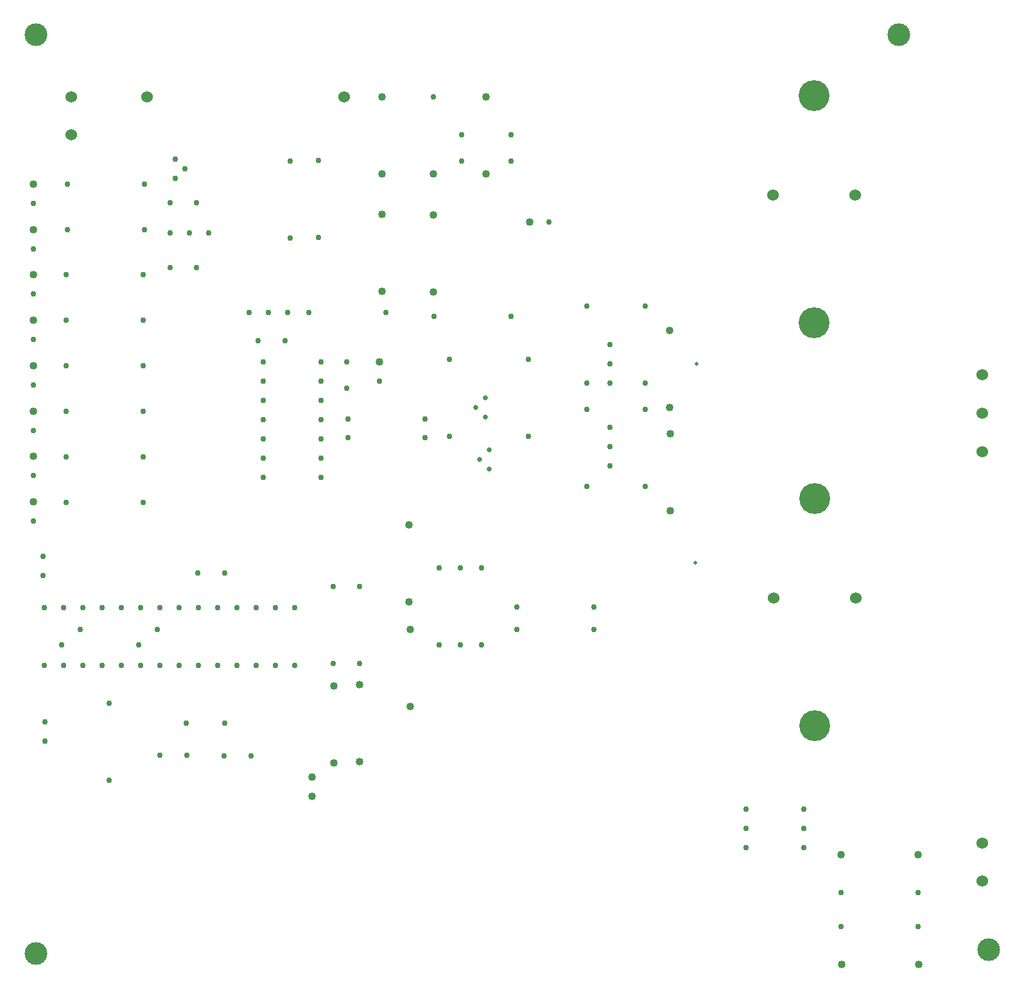
<source format=gbr>
G04 PROTEUS GERBER X2 FILE*
%TF.GenerationSoftware,Labcenter,Proteus,8.15-SP1-Build34318*%
%TF.CreationDate,2023-09-22T14:21:38+00:00*%
%TF.FileFunction,Plated,0,2,PTH*%
%TF.FilePolarity,Positive*%
%TF.Part,Single*%
%TF.SameCoordinates,{a466e6c0-664c-42de-9dbf-b86146abdc4f}*%
%FSLAX45Y45*%
%MOMM*%
G01*
%TA.AperFunction,ViaDrill*%
%ADD66C,0.508000*%
%TA.AperFunction,ComponentDrill*%
%ADD67C,1.524000*%
%TA.AperFunction,OtherDrill,Unknown*%
%ADD68C,3.000000*%
%TA.AperFunction,ComponentDrill*%
%ADD69C,1.016000*%
%ADD74C,0.762000*%
%TA.AperFunction,ComponentDrill*%
%ADD75C,0.635000*%
%TA.AperFunction,ComponentDrill*%
%ADD76C,4.064000*%
%TD.AperFunction*%
D66*
X+1092200Y+1625600D03*
X+1079500Y-1000000D03*
D67*
X-7150000Y+5150000D03*
X-7150000Y+4649620D03*
D68*
X-7620000Y+5969000D03*
X+3759200Y+5969000D03*
X-7620000Y-6157000D03*
X+4946440Y-6107000D03*
D67*
X-3550000Y+5150000D03*
X-6150000Y+5150000D03*
D69*
X-2378500Y+4134000D03*
D74*
X-2378500Y+5150000D03*
X-2000000Y+4650000D03*
X-2000000Y+4300000D03*
D69*
X-1678500Y+5150000D03*
X-1678500Y+4134000D03*
X-7650000Y+3400000D03*
D74*
X-7650000Y+3146000D03*
X-7200000Y+3400000D03*
X-6184000Y+3400000D03*
D69*
X-7650000Y+4000000D03*
D74*
X-7650000Y+3746000D03*
X-7200000Y+4000000D03*
X-6184000Y+4000000D03*
X-1350000Y+4300000D03*
X-1350000Y+4650000D03*
D69*
X-1104000Y+3500000D03*
D74*
X-850000Y+3500000D03*
X-2366000Y+2250000D03*
X-1350000Y+2250000D03*
D69*
X-2374900Y+3594100D03*
X-2374900Y+2578100D03*
X-3050000Y+5150000D03*
X-3050000Y+4134000D03*
D74*
X-3894500Y+3294100D03*
X-3894500Y+4310100D03*
X-5777000Y+4327000D03*
X-5650000Y+4200000D03*
X-5777000Y+4073000D03*
X-4266000Y+3284000D03*
X-4266000Y+4300000D03*
D69*
X-3050000Y+2584000D03*
X-3050000Y+3600000D03*
X-3086100Y+1651000D03*
D74*
X-3086100Y+1397000D03*
X-3517900Y+1301000D03*
X-3517900Y+1651000D03*
X-4622800Y+1651000D03*
X-4622800Y+1397000D03*
X-4622800Y+1143000D03*
X-4622800Y+889000D03*
X-4622800Y+635000D03*
X-4622800Y+381000D03*
X-4622800Y+127000D03*
X-3860800Y+127000D03*
X-3860800Y+381000D03*
X-3860800Y+635000D03*
X-3860800Y+889000D03*
X-3860800Y+1143000D03*
X-3860800Y+1397000D03*
X-3860800Y+1651000D03*
X-3500000Y+650000D03*
X-2484000Y+650000D03*
D75*
X-1642400Y+491400D03*
X-1769400Y+364400D03*
X-1642400Y+237400D03*
D74*
X-1121700Y+1685200D03*
X-1121700Y+669200D03*
X-3500000Y+900000D03*
X-2484000Y+900000D03*
D75*
X-1693200Y+1177200D03*
X-1820200Y+1050200D03*
X-1693200Y+923200D03*
D74*
X-2163100Y+1685200D03*
X-2163100Y+669200D03*
X-50800Y+787400D03*
X-50800Y+533400D03*
X-50800Y+279400D03*
X-50800Y+1879600D03*
X-50800Y+1625600D03*
X-50800Y+1371600D03*
X-355600Y+1028700D03*
X-355600Y+12700D03*
X-355600Y+1371600D03*
X-355600Y+2387600D03*
X+419100Y+12700D03*
X+419100Y+1028700D03*
X+419100Y+1371600D03*
X+419100Y+2387600D03*
D67*
X+2106440Y-1463180D03*
X+3193560Y-1463180D03*
D76*
X+2650000Y-150000D03*
X+2650000Y-3147200D03*
D67*
X+2098040Y+3850120D03*
X+3185160Y+3850120D03*
D76*
X+2641600Y+5163300D03*
X+2641600Y+2166100D03*
D69*
X+750000Y-316000D03*
X+750000Y+700000D03*
X+736600Y+1054100D03*
X+736600Y+2070100D03*
D74*
X-5850000Y+3350000D03*
X-5596000Y+3350000D03*
X-5342000Y+3350000D03*
X-5500000Y+2900000D03*
X-5850000Y+2900000D03*
X-5850000Y+3750000D03*
X-5500000Y+3750000D03*
X-7511100Y-2350900D03*
X-7257100Y-2350900D03*
X-7003100Y-2350900D03*
X-6749100Y-2350900D03*
X-6495100Y-2350900D03*
X-6241100Y-2350900D03*
X-5987100Y-2350900D03*
X-5733100Y-2350900D03*
X-5479100Y-2350900D03*
X-5225100Y-2350900D03*
X-4971100Y-2350900D03*
X-4717100Y-2350900D03*
X-4463100Y-2350900D03*
X-4209100Y-2350900D03*
X-4209100Y-1588900D03*
X-4463100Y-1588900D03*
X-4717100Y-1588900D03*
X-4971100Y-1588900D03*
X-5225100Y-1588900D03*
X-5479100Y-1588900D03*
X-5733100Y-1588900D03*
X-5987100Y-1588900D03*
X-6241100Y-1588900D03*
X-6495100Y-1588900D03*
X-6749100Y-1588900D03*
X-7003100Y-1588900D03*
X-7257100Y-1588900D03*
X-7509100Y-1588900D03*
X-5480000Y-1130000D03*
X-5130000Y-1130000D03*
X-2300800Y-1064600D03*
X-2300800Y-2080600D03*
X-2021400Y-2080600D03*
X-2021400Y-1064600D03*
X-1742000Y-1064600D03*
X-1742000Y-2080600D03*
X-5130200Y-3112695D03*
X-5638200Y-3112695D03*
X-5980000Y-3540000D03*
X-5630000Y-3540000D03*
X-4783005Y-3549205D03*
X-5133005Y-3549205D03*
X-4336300Y+1930400D03*
X-4686300Y+1930400D03*
X-4804000Y+2300000D03*
X-4296000Y+2300000D03*
X-4550000Y+2300000D03*
X-4016000Y+2300000D03*
X-3000000Y+2300000D03*
X-7521800Y-1169800D03*
X-7521800Y-915800D03*
D67*
X+4862400Y+469900D03*
X+4862400Y+977900D03*
X+4862400Y+1485900D03*
D74*
X-264000Y-1880000D03*
X-1280000Y-1880000D03*
X-264000Y-1580000D03*
X-1280000Y-1580000D03*
D69*
X-2680000Y-2896000D03*
X-2680000Y-1880000D03*
X-2700000Y-500000D03*
X-2700000Y-1516000D03*
D74*
X-6200000Y+2800000D03*
X-7216000Y+2800000D03*
X-6200000Y+2200000D03*
X-7216000Y+2200000D03*
X-6200000Y+1600000D03*
X-7216000Y+1600000D03*
X-6200000Y+1000000D03*
X-7216000Y+1000000D03*
D69*
X-7650000Y+2800000D03*
D74*
X-7650000Y+2546000D03*
D69*
X-7650000Y+2200000D03*
D74*
X-7650000Y+1946000D03*
D69*
X-7650000Y+1600000D03*
D74*
X-7650000Y+1346000D03*
D69*
X-7650000Y+1000000D03*
D74*
X-7650000Y+746000D03*
D69*
X-7650000Y+404000D03*
D74*
X-7650000Y+150000D03*
D69*
X-7650000Y-196000D03*
D74*
X-7650000Y-450000D03*
X-6200000Y+400000D03*
X-7216000Y+400000D03*
X-6200000Y-200000D03*
X-7216000Y-200000D03*
D69*
X-3980000Y-3830000D03*
X-3980000Y-4084000D03*
D67*
X+4861840Y-4700000D03*
X+4861840Y-5200380D03*
D74*
X-6014000Y-1880000D03*
X-7030000Y-1880000D03*
X-6650000Y-3866000D03*
X-6650000Y-2850000D03*
X+2511840Y-4758000D03*
X+2511840Y-4504000D03*
X+2511840Y-4250000D03*
X+1749840Y-4250000D03*
X+1749840Y-4504000D03*
X+1749840Y-4758000D03*
D69*
X+4027840Y-6300000D03*
X+3011840Y-6300000D03*
D74*
X+4011840Y-5800000D03*
X+2995840Y-5800000D03*
X+2995840Y-5350000D03*
X+4011840Y-5350000D03*
X-7280000Y-2080000D03*
X-6264000Y-2080000D03*
D69*
X+2995840Y-4850000D03*
X+4011840Y-4850000D03*
D74*
X-3700000Y-2326000D03*
X-3700000Y-1310000D03*
X-3350000Y-2326000D03*
X-3350000Y-1310000D03*
D69*
X-3350000Y-3626000D03*
X-3350000Y-2610000D03*
X-3690000Y-3636000D03*
X-3690000Y-2620000D03*
D74*
X-7500000Y-3354000D03*
X-7500000Y-3100000D03*
M02*

</source>
